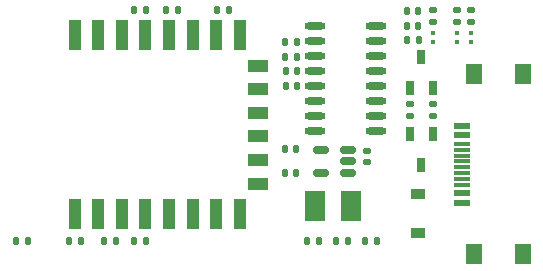
<source format=gbr>
%TF.GenerationSoftware,KiCad,Pcbnew,(6.0.0)*%
%TF.CreationDate,2022-01-20T02:14:20+08:00*%
%TF.ProjectId,NodeMcu,4e6f6465-4d63-4752-9e6b-696361645f70,rev?*%
%TF.SameCoordinates,Original*%
%TF.FileFunction,Paste,Top*%
%TF.FilePolarity,Positive*%
%FSLAX46Y46*%
G04 Gerber Fmt 4.6, Leading zero omitted, Abs format (unit mm)*
G04 Created by KiCad (PCBNEW (6.0.0)) date 2022-01-20 02:14:20*
%MOMM*%
%LPD*%
G01*
G04 APERTURE LIST*
G04 Aperture macros list*
%AMRoundRect*
0 Rectangle with rounded corners*
0 $1 Rounding radius*
0 $2 $3 $4 $5 $6 $7 $8 $9 X,Y pos of 4 corners*
0 Add a 4 corners polygon primitive as box body*
4,1,4,$2,$3,$4,$5,$6,$7,$8,$9,$2,$3,0*
0 Add four circle primitives for the rounded corners*
1,1,$1+$1,$2,$3*
1,1,$1+$1,$4,$5*
1,1,$1+$1,$6,$7*
1,1,$1+$1,$8,$9*
0 Add four rect primitives between the rounded corners*
20,1,$1+$1,$2,$3,$4,$5,0*
20,1,$1+$1,$4,$5,$6,$7,0*
20,1,$1+$1,$6,$7,$8,$9,0*
20,1,$1+$1,$8,$9,$2,$3,0*%
G04 Aperture macros list end*
%ADD10RoundRect,0.135000X-0.185000X0.135000X-0.185000X-0.135000X0.185000X-0.135000X0.185000X0.135000X0*%
%ADD11RoundRect,0.135000X0.135000X0.185000X-0.135000X0.185000X-0.135000X-0.185000X0.135000X-0.185000X0*%
%ADD12R,0.650000X1.220000*%
%ADD13RoundRect,0.135000X0.185000X-0.135000X0.185000X0.135000X-0.185000X0.135000X-0.185000X-0.135000X0*%
%ADD14R,1.200000X0.900000*%
%ADD15RoundRect,0.135000X-0.135000X-0.185000X0.135000X-0.185000X0.135000X0.185000X-0.135000X0.185000X0*%
%ADD16RoundRect,0.150000X0.512500X0.150000X-0.512500X0.150000X-0.512500X-0.150000X0.512500X-0.150000X0*%
%ADD17R,1.350000X1.800000*%
%ADD18RoundRect,0.140000X-0.140000X-0.170000X0.140000X-0.170000X0.140000X0.170000X-0.140000X0.170000X0*%
%ADD19R,1.450000X0.600000*%
%ADD20R,1.450000X0.300000*%
%ADD21RoundRect,0.140000X0.140000X0.170000X-0.140000X0.170000X-0.140000X-0.170000X0.140000X-0.170000X0*%
%ADD22R,1.000000X2.500000*%
%ADD23R,1.800000X1.000000*%
%ADD24O,1.800000X0.600000*%
%ADD25RoundRect,0.079500X0.100500X-0.079500X0.100500X0.079500X-0.100500X0.079500X-0.100500X-0.079500X0*%
%ADD26R,1.800000X2.600000*%
%ADD27RoundRect,0.140000X-0.170000X0.140000X-0.170000X-0.140000X0.170000X-0.140000X0.170000X0.140000X0*%
G04 APERTURE END LIST*
D10*
%TO.C,R5*%
X133015712Y-54279713D03*
X133015712Y-55299713D03*
%TD*%
D11*
%TO.C,R10*%
X121310000Y-73850000D03*
X120290000Y-73850000D03*
%TD*%
%TO.C,R17*%
X104185000Y-73850000D03*
X103165000Y-73850000D03*
%TD*%
D12*
%TO.C,Q2*%
X129050000Y-60910000D03*
X130950000Y-60910000D03*
X130000000Y-58290000D03*
%TD*%
D13*
%TO.C,R14*%
X130975000Y-63310000D03*
X130975000Y-62290000D03*
%TD*%
D14*
%TO.C,D4*%
X129700000Y-69875000D03*
X129700000Y-73175000D03*
%TD*%
D15*
%TO.C,R2*%
X105690000Y-54300000D03*
X106710000Y-54300000D03*
%TD*%
%TO.C,R11*%
X112710000Y-54300000D03*
X113730000Y-54300000D03*
%TD*%
D16*
%TO.C,U2*%
X123800000Y-68075000D03*
X123800000Y-67125000D03*
X123800000Y-66175000D03*
X121525000Y-66175000D03*
X121525000Y-68075000D03*
%TD*%
D17*
%TO.C,SW2*%
X134425000Y-59750000D03*
X138575000Y-59750000D03*
%TD*%
D15*
%TO.C,R12*%
X118430000Y-57050000D03*
X119450000Y-57050000D03*
%TD*%
%TO.C,R8*%
X122740000Y-73850000D03*
X123760000Y-73850000D03*
%TD*%
D18*
%TO.C,C2*%
X128775000Y-54399500D03*
X129735000Y-54399500D03*
%TD*%
D15*
%TO.C,R6*%
X105665000Y-73850000D03*
X106685000Y-73850000D03*
%TD*%
D17*
%TO.C,SW1*%
X134425000Y-74950000D03*
X138575000Y-74950000D03*
%TD*%
D19*
%TO.C,J3*%
X133465000Y-70625000D03*
X133465000Y-69825000D03*
D20*
X133465000Y-68625000D03*
X133465000Y-67625000D03*
X133465000Y-67125000D03*
X133465000Y-66125000D03*
D19*
X133465000Y-64925000D03*
X133465000Y-64125000D03*
X133465000Y-64125000D03*
X133465000Y-64925000D03*
D20*
X133465000Y-65625000D03*
X133465000Y-66625000D03*
X133465000Y-68125000D03*
X133465000Y-69125000D03*
D19*
X133465000Y-69825000D03*
X133465000Y-70625000D03*
%TD*%
D21*
%TO.C,C8*%
X101160000Y-73850000D03*
X100200000Y-73850000D03*
%TD*%
D15*
%TO.C,R9*%
X128765000Y-56850000D03*
X129785000Y-56850000D03*
%TD*%
D22*
%TO.C,U1*%
X100640000Y-71600000D03*
X102640000Y-71600000D03*
X104640000Y-71600000D03*
X106640000Y-71600000D03*
X108640000Y-71600000D03*
X110640000Y-71600000D03*
X112640000Y-71600000D03*
X114640000Y-71600000D03*
D23*
X116140000Y-69000000D03*
X116140000Y-67000000D03*
X116140000Y-65000000D03*
X116140000Y-63000000D03*
X116140000Y-61000000D03*
X116140000Y-59000000D03*
D22*
X114640000Y-56400000D03*
X112640000Y-56400000D03*
X110640000Y-56400000D03*
X108640000Y-56400000D03*
X106640000Y-56400000D03*
X104640000Y-56400000D03*
X102640000Y-56400000D03*
X100640000Y-56400000D03*
%TD*%
D24*
%TO.C,U3*%
X120975000Y-55690000D03*
X120975000Y-56960000D03*
X120975000Y-58230000D03*
X120975000Y-59500000D03*
X120975000Y-60770000D03*
X120975000Y-62040000D03*
X120975000Y-63310000D03*
X120975000Y-64580000D03*
X126175000Y-64580000D03*
X126175000Y-63310000D03*
X126175000Y-62040000D03*
X126175000Y-60770000D03*
X126175000Y-59500000D03*
X126175000Y-58230000D03*
X126175000Y-56960000D03*
X126175000Y-55690000D03*
%TD*%
D18*
%TO.C,C3*%
X128775000Y-55650500D03*
X129735000Y-55650500D03*
%TD*%
D11*
%TO.C,R13*%
X119480530Y-58257134D03*
X118460530Y-58257134D03*
%TD*%
D21*
%TO.C,C4*%
X119480000Y-59500000D03*
X118520000Y-59500000D03*
%TD*%
D11*
%TO.C,R7*%
X126210000Y-73850000D03*
X125190000Y-73850000D03*
%TD*%
%TO.C,R3*%
X109410000Y-54300000D03*
X108390000Y-54300000D03*
%TD*%
D10*
%TO.C,R1*%
X131000000Y-54280000D03*
X131000000Y-55300000D03*
%TD*%
D12*
%TO.C,Q1*%
X130950000Y-64840000D03*
X129050000Y-64840000D03*
X130000000Y-67460000D03*
%TD*%
D25*
%TO.C,D2*%
X134240712Y-56284713D03*
X134240712Y-56974713D03*
%TD*%
D21*
%TO.C,C7*%
X119400000Y-68075000D03*
X118440000Y-68075000D03*
%TD*%
D25*
%TO.C,D3*%
X133015712Y-56974713D03*
X133015712Y-56284713D03*
%TD*%
%TO.C,D1*%
X131012000Y-56280000D03*
X131012000Y-56970000D03*
%TD*%
D21*
%TO.C,C6*%
X119400000Y-66075000D03*
X118440000Y-66075000D03*
%TD*%
D26*
%TO.C,C1*%
X121000000Y-70900000D03*
X124000000Y-70900000D03*
%TD*%
D27*
%TO.C,C5*%
X125400000Y-66200000D03*
X125400000Y-67160000D03*
%TD*%
D11*
%TO.C,R16*%
X96710000Y-73850000D03*
X95690000Y-73850000D03*
%TD*%
D10*
%TO.C,R15*%
X129025000Y-62290000D03*
X129025000Y-63310000D03*
%TD*%
%TO.C,R4*%
X134240712Y-54279713D03*
X134240712Y-55299713D03*
%TD*%
D21*
%TO.C,C9*%
X119480000Y-60700000D03*
X118520000Y-60700000D03*
%TD*%
M02*

</source>
